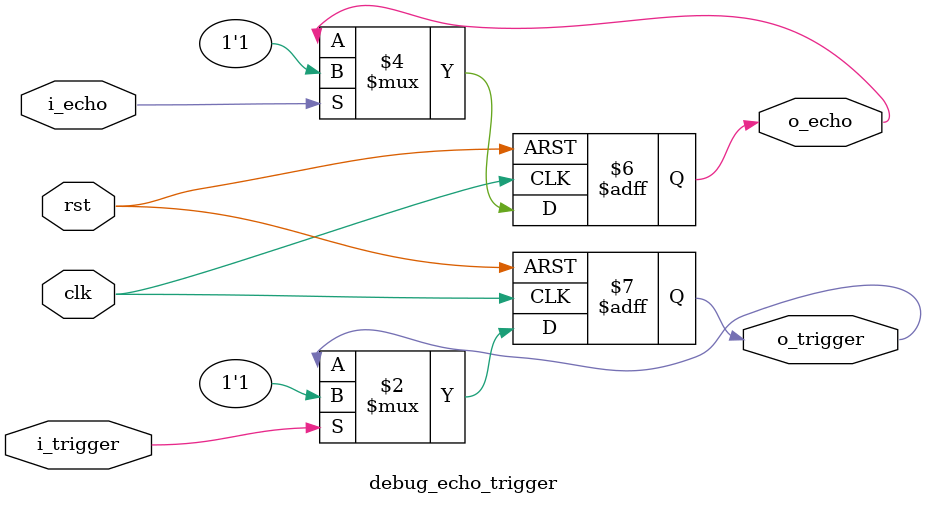
<source format=v>
`timescale 1ns / 1ps

module top_uart_wsw (
    input        clk,
    input        rst,
    input  [3:0] sw,          // sw[0] up/down
    input        btn_r,       // i_run_stop or digit_right
    input        btn_c,       // i_clear
    input        btn_l,       // digit_left
    input        btn_u,       // time_up
    input        btn_d,       // time_down
    input        uart_rx,
    input        echo,
    output       trigger,
    output       uart_tx,
    output [3:0] fnd_digit,
    output [7:0] fnd_data,
    inout        dhtio,
    output       dht11_valid
    // output [3:0] dht11_debug

    // output       test_echo,
    // output       test_trigger
);
    // wire w_echo, w_trigger, debug_echo, debug_trigger;

    // // assign echo = w_echo;
    // assign test_echo = debug_echo;
    // assign trigger = w_trigger;
    // assign test_trigger = debug_trigger;


    wire [ 3:0] w_cmd_tick;
    wire [ 3:0] w_cmd_switch;
    wire [15:0] w_display_data;
    wire [15:0] w_watch_data;
    wire w_time_out;

    

    top_uart U_UART (
        .clk         (clk),
        .rst         (rst),
        .uart_rx     (uart_rx),
        .display_data(w_display_data),
        .watch_data(w_watch_data),
        .time_out    (w_time_out),
        .sw_3_1      ({w_cmd_switch[3] | sw[3], (w_cmd_switch[1] | sw[1])}),
        .uart_tx     (uart_tx),
        .cmd_tick    (w_cmd_tick),
        .cmd_switch  (w_cmd_switch)
    );

    top_stopwatch_watch U_STOPWATCH_WATCH (
        .clk         (clk),
        .reset       (rst),
        .sw          (sw),              // sw[0] up/down
        .btn_r       (btn_r),           // i_run_stop or digit_right
        .btn_c       (btn_c),           // i_clear
        .btn_l       (btn_l),           // digit_left
        .btn_u       (btn_u),           // time_up
        .btn_d       (btn_d),           // time_down
        .cmd_tick    (w_cmd_tick),
        .cmd_switch  (w_cmd_switch),
        .echo        (echo),
        .fnd_digit   (fnd_digit),
        .fnd_data    (fnd_data),
        .display_data(w_display_data),
        .watch_data(w_watch_data),
        .trigger     (trigger),
        .dhtio       (dhtio),
        .dht11_valid (dht11_valid),
        .dht11_debug (),
        .time_out    (w_time_out)
        // .dht11_debug (dht11_debug)
        // .trigger     (w_trigger)
    );

    // debug_echo_trigger U_DEBUG_E_T (
    //     .clk(clk),
    //     .rst(rst),
    //     .i_echo(echo),
    //     .i_trigger(w_trigger),
    //     .o_echo(debug_echo),
    //     .o_trigger(debug_trigger)
    // );

endmodule


module debug_echo_trigger (
    input clk,
    input rst,
    input i_echo,
    input i_trigger,
    output reg o_echo,
    output reg o_trigger
);

    always @(posedge clk, posedge rst) begin
        if (rst) begin
            o_echo <= 0;
            o_trigger <= 0;
        end else begin
            if (i_echo) o_echo <= 1'b1;
            if (i_trigger) o_trigger <= 1'b1;
        end
    end
endmodule

</source>
